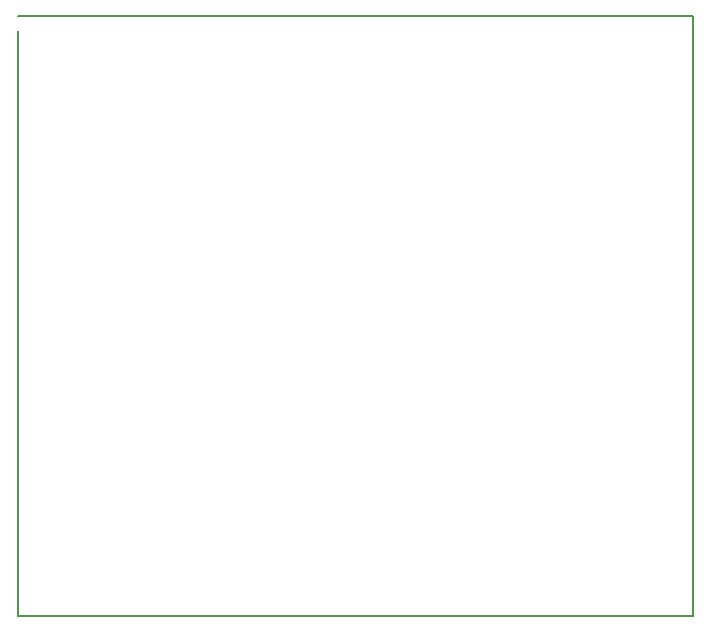
<source format=gbr>
G04 DipTrace 2.3.1.0*
%INBoardOutline.gbr*%
%MOIN*%
%ADD11C,0.0055*%
%FSLAX44Y44*%
G04*
G70*
G90*
G75*
G01*
%LNBoardOutline*%
%LPD*%
X13375Y23937D2*
D11*
X35875D1*
Y3937D1*
X13375D1*
Y23437D1*
M02*

</source>
